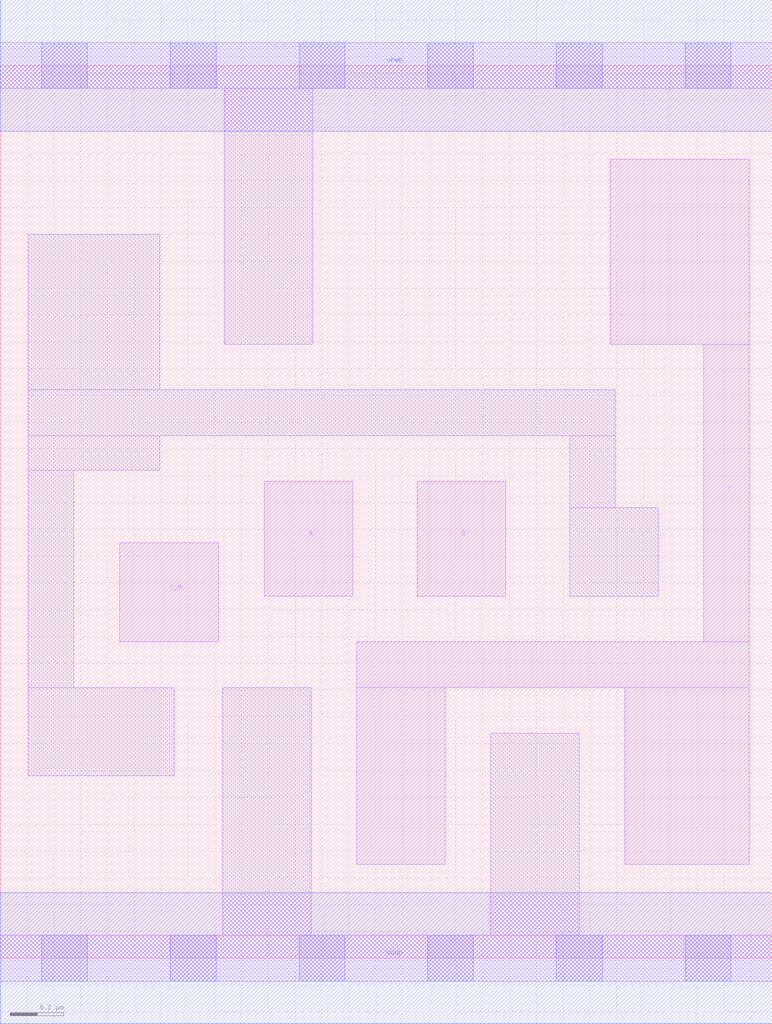
<source format=lef>
# Copyright 2020 The SkyWater PDK Authors
#
# Licensed under the Apache License, Version 2.0 (the "License");
# you may not use this file except in compliance with the License.
# You may obtain a copy of the License at
#
#     https://www.apache.org/licenses/LICENSE-2.0
#
# Unless required by applicable law or agreed to in writing, software
# distributed under the License is distributed on an "AS IS" BASIS,
# WITHOUT WARRANTIES OR CONDITIONS OF ANY KIND, either express or implied.
# See the License for the specific language governing permissions and
# limitations under the License.
#
# SPDX-License-Identifier: Apache-2.0

VERSION 5.7 ;
  NOWIREEXTENSIONATPIN ON ;
  DIVIDERCHAR "/" ;
  BUSBITCHARS "[]" ;
UNITS
  DATABASE MICRONS 200 ;
END UNITS
MACRO sky130_fd_sc_ms__nor3b_1
  CLASS CORE ;
  FOREIGN sky130_fd_sc_ms__nor3b_1 ;
  ORIGIN  0.000000  0.000000 ;
  SIZE  2.880000 BY  3.330000 ;
  SYMMETRY X Y ;
  SITE unit ;
  PIN A
    ANTENNAGATEAREA  0.312600 ;
    DIRECTION INPUT ;
    USE SIGNAL ;
    PORT
      LAYER li1 ;
        RECT 0.985000 1.350000 1.315000 1.780000 ;
    END
  END A
  PIN B
    ANTENNAGATEAREA  0.312600 ;
    DIRECTION INPUT ;
    USE SIGNAL ;
    PORT
      LAYER li1 ;
        RECT 1.555000 1.350000 1.885000 1.780000 ;
    END
  END B
  PIN C_N
    ANTENNAGATEAREA  0.233700 ;
    DIRECTION INPUT ;
    USE SIGNAL ;
    PORT
      LAYER li1 ;
        RECT 0.445000 1.180000 0.815000 1.550000 ;
    END
  END C_N
  PIN Y
    ANTENNADIFFAREA  0.761300 ;
    DIRECTION OUTPUT ;
    USE SIGNAL ;
    PORT
      LAYER li1 ;
        RECT 1.330000 0.350000 1.660000 1.010000 ;
        RECT 1.330000 1.010000 2.795000 1.180000 ;
        RECT 2.275000 2.290000 2.795000 2.980000 ;
        RECT 2.330000 0.350000 2.795000 1.010000 ;
        RECT 2.625000 1.180000 2.795000 2.290000 ;
    END
  END Y
  PIN VGND
    DIRECTION INOUT ;
    USE GROUND ;
    PORT
      LAYER met1 ;
        RECT 0.000000 -0.245000 2.880000 0.245000 ;
    END
  END VGND
  PIN VPWR
    DIRECTION INOUT ;
    USE POWER ;
    PORT
      LAYER met1 ;
        RECT 0.000000 3.085000 2.880000 3.575000 ;
    END
  END VPWR
  OBS
    LAYER li1 ;
      RECT 0.000000 -0.085000 2.880000 0.085000 ;
      RECT 0.000000  3.245000 2.880000 3.415000 ;
      RECT 0.105000  0.680000 0.650000 1.010000 ;
      RECT 0.105000  1.010000 0.275000 1.820000 ;
      RECT 0.105000  1.820000 0.595000 1.950000 ;
      RECT 0.105000  1.950000 2.295000 2.120000 ;
      RECT 0.105000  2.120000 0.595000 2.700000 ;
      RECT 0.830000  0.085000 1.160000 1.010000 ;
      RECT 0.835000  2.290000 1.165000 3.245000 ;
      RECT 1.830000  0.085000 2.160000 0.840000 ;
      RECT 2.125000  1.350000 2.455000 1.680000 ;
      RECT 2.125000  1.680000 2.295000 1.950000 ;
    LAYER mcon ;
      RECT 0.155000 -0.085000 0.325000 0.085000 ;
      RECT 0.155000  3.245000 0.325000 3.415000 ;
      RECT 0.635000 -0.085000 0.805000 0.085000 ;
      RECT 0.635000  3.245000 0.805000 3.415000 ;
      RECT 1.115000 -0.085000 1.285000 0.085000 ;
      RECT 1.115000  3.245000 1.285000 3.415000 ;
      RECT 1.595000 -0.085000 1.765000 0.085000 ;
      RECT 1.595000  3.245000 1.765000 3.415000 ;
      RECT 2.075000 -0.085000 2.245000 0.085000 ;
      RECT 2.075000  3.245000 2.245000 3.415000 ;
      RECT 2.555000 -0.085000 2.725000 0.085000 ;
      RECT 2.555000  3.245000 2.725000 3.415000 ;
  END
END sky130_fd_sc_ms__nor3b_1
END LIBRARY

</source>
